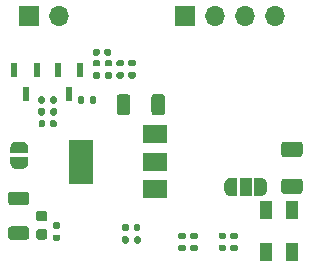
<source format=gbr>
%TF.GenerationSoftware,KiCad,Pcbnew,5.1.9*%
%TF.CreationDate,2021-01-20T22:35:35+01:00*%
%TF.ProjectId,wi-se-rewirable,77692d73-652d-4726-9577-697261626c65,rev?*%
%TF.SameCoordinates,Original*%
%TF.FileFunction,Soldermask,Bot*%
%TF.FilePolarity,Negative*%
%FSLAX46Y46*%
G04 Gerber Fmt 4.6, Leading zero omitted, Abs format (unit mm)*
G04 Created by KiCad (PCBNEW 5.1.9) date 2021-01-20 22:35:35*
%MOMM*%
%LPD*%
G01*
G04 APERTURE LIST*
%ADD10C,0.100000*%
%ADD11R,1.000000X1.500000*%
%ADD12R,1.700000X1.700000*%
%ADD13O,1.700000X1.700000*%
%ADD14R,0.568000X1.207999*%
%ADD15R,2.000000X3.800000*%
%ADD16R,2.000000X1.500000*%
G04 APERTURE END LIST*
D10*
%TO.C,JP17*%
G36*
X124370000Y-78710602D02*
G01*
X124394534Y-78710602D01*
X124443365Y-78715412D01*
X124491490Y-78724984D01*
X124538445Y-78739228D01*
X124583778Y-78758005D01*
X124627051Y-78781136D01*
X124667850Y-78808396D01*
X124705779Y-78839524D01*
X124740476Y-78874221D01*
X124771604Y-78912150D01*
X124798864Y-78952949D01*
X124821995Y-78996222D01*
X124840772Y-79041555D01*
X124855016Y-79088510D01*
X124864588Y-79136635D01*
X124869398Y-79185466D01*
X124869398Y-79210000D01*
X124870000Y-79210000D01*
X124870000Y-79710000D01*
X124869398Y-79710000D01*
X124869398Y-79734534D01*
X124864588Y-79783365D01*
X124855016Y-79831490D01*
X124840772Y-79878445D01*
X124821995Y-79923778D01*
X124798864Y-79967051D01*
X124771604Y-80007850D01*
X124740476Y-80045779D01*
X124705779Y-80080476D01*
X124667850Y-80111604D01*
X124627051Y-80138864D01*
X124583778Y-80161995D01*
X124538445Y-80180772D01*
X124491490Y-80195016D01*
X124443365Y-80204588D01*
X124394534Y-80209398D01*
X124370000Y-80209398D01*
X124370000Y-80210000D01*
X123820000Y-80210000D01*
X123820000Y-78710000D01*
X124370000Y-78710000D01*
X124370000Y-78710602D01*
G37*
D11*
X123070000Y-79460000D03*
D10*
G36*
X122320000Y-80210000D02*
G01*
X121770000Y-80210000D01*
X121770000Y-80209398D01*
X121745466Y-80209398D01*
X121696635Y-80204588D01*
X121648510Y-80195016D01*
X121601555Y-80180772D01*
X121556222Y-80161995D01*
X121512949Y-80138864D01*
X121472150Y-80111604D01*
X121434221Y-80080476D01*
X121399524Y-80045779D01*
X121368396Y-80007850D01*
X121341136Y-79967051D01*
X121318005Y-79923778D01*
X121299228Y-79878445D01*
X121284984Y-79831490D01*
X121275412Y-79783365D01*
X121270602Y-79734534D01*
X121270602Y-79710000D01*
X121270000Y-79710000D01*
X121270000Y-79210000D01*
X121270602Y-79210000D01*
X121270602Y-79185466D01*
X121275412Y-79136635D01*
X121284984Y-79088510D01*
X121299228Y-79041555D01*
X121318005Y-78996222D01*
X121341136Y-78952949D01*
X121368396Y-78912150D01*
X121399524Y-78874221D01*
X121434221Y-78839524D01*
X121472150Y-78808396D01*
X121512949Y-78781136D01*
X121556222Y-78758005D01*
X121601555Y-78739228D01*
X121648510Y-78724984D01*
X121696635Y-78715412D01*
X121745466Y-78710602D01*
X121770000Y-78710602D01*
X121770000Y-78710000D01*
X122320000Y-78710000D01*
X122320000Y-80210000D01*
G37*
%TD*%
%TO.C,C1*%
G36*
G01*
X127640002Y-76950000D02*
X126339998Y-76950000D01*
G75*
G02*
X126090000Y-76700002I0J249998D01*
G01*
X126090000Y-75874998D01*
G75*
G02*
X126339998Y-75625000I249998J0D01*
G01*
X127640002Y-75625000D01*
G75*
G02*
X127890000Y-75874998I0J-249998D01*
G01*
X127890000Y-76700002D01*
G75*
G02*
X127640002Y-76950000I-249998J0D01*
G01*
G37*
G36*
G01*
X127640002Y-80075000D02*
X126339998Y-80075000D01*
G75*
G02*
X126090000Y-79825002I0J249998D01*
G01*
X126090000Y-78999998D01*
G75*
G02*
X126339998Y-78750000I249998J0D01*
G01*
X127640002Y-78750000D01*
G75*
G02*
X127890000Y-78999998I0J-249998D01*
G01*
X127890000Y-79825002D01*
G75*
G02*
X127640002Y-80075000I-249998J0D01*
G01*
G37*
%TD*%
%TO.C,C2*%
G36*
G01*
X112150000Y-73150001D02*
X112150000Y-71849999D01*
G75*
G02*
X112399999Y-71600000I249999J0D01*
G01*
X113050001Y-71600000D01*
G75*
G02*
X113300000Y-71849999I0J-249999D01*
G01*
X113300000Y-73150001D01*
G75*
G02*
X113050001Y-73400000I-249999J0D01*
G01*
X112399999Y-73400000D01*
G75*
G02*
X112150000Y-73150001I0J249999D01*
G01*
G37*
G36*
G01*
X115100000Y-73150001D02*
X115100000Y-71849999D01*
G75*
G02*
X115349999Y-71600000I249999J0D01*
G01*
X116000001Y-71600000D01*
G75*
G02*
X116250000Y-71849999I0J-249999D01*
G01*
X116250000Y-73150001D01*
G75*
G02*
X116000001Y-73400000I-249999J0D01*
G01*
X115349999Y-73400000D01*
G75*
G02*
X115100000Y-73150001I0J249999D01*
G01*
G37*
%TD*%
%TO.C,C5*%
G36*
G01*
X104500001Y-81000000D02*
X103199999Y-81000000D01*
G75*
G02*
X102950000Y-80750001I0J249999D01*
G01*
X102950000Y-80099999D01*
G75*
G02*
X103199999Y-79850000I249999J0D01*
G01*
X104500001Y-79850000D01*
G75*
G02*
X104750000Y-80099999I0J-249999D01*
G01*
X104750000Y-80750001D01*
G75*
G02*
X104500001Y-81000000I-249999J0D01*
G01*
G37*
G36*
G01*
X104500001Y-83950000D02*
X103199999Y-83950000D01*
G75*
G02*
X102950000Y-83700001I0J249999D01*
G01*
X102950000Y-83049999D01*
G75*
G02*
X103199999Y-82800000I249999J0D01*
G01*
X104500001Y-82800000D01*
G75*
G02*
X104750000Y-83049999I0J-249999D01*
G01*
X104750000Y-83700001D01*
G75*
G02*
X104500001Y-83950000I-249999J0D01*
G01*
G37*
%TD*%
%TO.C,C6*%
G36*
G01*
X106050000Y-83925000D02*
X105550000Y-83925000D01*
G75*
G02*
X105325000Y-83700000I0J225000D01*
G01*
X105325000Y-83250000D01*
G75*
G02*
X105550000Y-83025000I225000J0D01*
G01*
X106050000Y-83025000D01*
G75*
G02*
X106275000Y-83250000I0J-225000D01*
G01*
X106275000Y-83700000D01*
G75*
G02*
X106050000Y-83925000I-225000J0D01*
G01*
G37*
G36*
G01*
X106050000Y-82375000D02*
X105550000Y-82375000D01*
G75*
G02*
X105325000Y-82150000I0J225000D01*
G01*
X105325000Y-81700000D01*
G75*
G02*
X105550000Y-81475000I225000J0D01*
G01*
X106050000Y-81475000D01*
G75*
G02*
X106275000Y-81700000I0J-225000D01*
G01*
X106275000Y-82150000D01*
G75*
G02*
X106050000Y-82375000I-225000J0D01*
G01*
G37*
%TD*%
%TO.C,C7*%
G36*
G01*
X112640000Y-83070000D02*
X112640000Y-82730000D01*
G75*
G02*
X112780000Y-82590000I140000J0D01*
G01*
X113060000Y-82590000D01*
G75*
G02*
X113200000Y-82730000I0J-140000D01*
G01*
X113200000Y-83070000D01*
G75*
G02*
X113060000Y-83210000I-140000J0D01*
G01*
X112780000Y-83210000D01*
G75*
G02*
X112640000Y-83070000I0J140000D01*
G01*
G37*
G36*
G01*
X113600000Y-83070000D02*
X113600000Y-82730000D01*
G75*
G02*
X113740000Y-82590000I140000J0D01*
G01*
X114020000Y-82590000D01*
G75*
G02*
X114160000Y-82730000I0J-140000D01*
G01*
X114160000Y-83070000D01*
G75*
G02*
X114020000Y-83210000I-140000J0D01*
G01*
X113740000Y-83210000D01*
G75*
G02*
X113600000Y-83070000I0J140000D01*
G01*
G37*
%TD*%
%TO.C,C8*%
G36*
G01*
X106500000Y-74270000D02*
X106500000Y-73930000D01*
G75*
G02*
X106640000Y-73790000I140000J0D01*
G01*
X106920000Y-73790000D01*
G75*
G02*
X107060000Y-73930000I0J-140000D01*
G01*
X107060000Y-74270000D01*
G75*
G02*
X106920000Y-74410000I-140000J0D01*
G01*
X106640000Y-74410000D01*
G75*
G02*
X106500000Y-74270000I0J140000D01*
G01*
G37*
G36*
G01*
X105540000Y-74270000D02*
X105540000Y-73930000D01*
G75*
G02*
X105680000Y-73790000I140000J0D01*
G01*
X105960000Y-73790000D01*
G75*
G02*
X106100000Y-73930000I0J-140000D01*
G01*
X106100000Y-74270000D01*
G75*
G02*
X105960000Y-74410000I-140000J0D01*
G01*
X105680000Y-74410000D01*
G75*
G02*
X105540000Y-74270000I0J140000D01*
G01*
G37*
%TD*%
%TO.C,C9*%
G36*
G01*
X111660000Y-67880000D02*
X111660000Y-68220000D01*
G75*
G02*
X111520000Y-68360000I-140000J0D01*
G01*
X111240000Y-68360000D01*
G75*
G02*
X111100000Y-68220000I0J140000D01*
G01*
X111100000Y-67880000D01*
G75*
G02*
X111240000Y-67740000I140000J0D01*
G01*
X111520000Y-67740000D01*
G75*
G02*
X111660000Y-67880000I0J-140000D01*
G01*
G37*
G36*
G01*
X110700000Y-67880000D02*
X110700000Y-68220000D01*
G75*
G02*
X110560000Y-68360000I-140000J0D01*
G01*
X110280000Y-68360000D01*
G75*
G02*
X110140000Y-68220000I0J140000D01*
G01*
X110140000Y-67880000D01*
G75*
G02*
X110280000Y-67740000I140000J0D01*
G01*
X110560000Y-67740000D01*
G75*
G02*
X110700000Y-67880000I0J-140000D01*
G01*
G37*
%TD*%
D12*
%TO.C,J1*%
X104750000Y-65000000D03*
D13*
X107290000Y-65000000D03*
%TD*%
D12*
%TO.C,J2*%
X117920000Y-65000000D03*
D13*
X120460000Y-65000000D03*
X123000000Y-65000000D03*
X125540000Y-65000000D03*
%TD*%
D14*
%TO.C,Q1*%
X104450000Y-71571000D03*
X105400001Y-69529001D03*
X103499999Y-69529001D03*
%TD*%
%TO.C,Q2*%
X107149999Y-69529001D03*
X109050001Y-69529001D03*
X108100000Y-71571000D03*
%TD*%
%TO.C,R1*%
G36*
G01*
X117515000Y-83330000D02*
X117885000Y-83330000D01*
G75*
G02*
X118020000Y-83465000I0J-135000D01*
G01*
X118020000Y-83735000D01*
G75*
G02*
X117885000Y-83870000I-135000J0D01*
G01*
X117515000Y-83870000D01*
G75*
G02*
X117380000Y-83735000I0J135000D01*
G01*
X117380000Y-83465000D01*
G75*
G02*
X117515000Y-83330000I135000J0D01*
G01*
G37*
G36*
G01*
X117515000Y-84350000D02*
X117885000Y-84350000D01*
G75*
G02*
X118020000Y-84485000I0J-135000D01*
G01*
X118020000Y-84755000D01*
G75*
G02*
X117885000Y-84890000I-135000J0D01*
G01*
X117515000Y-84890000D01*
G75*
G02*
X117380000Y-84755000I0J135000D01*
G01*
X117380000Y-84485000D01*
G75*
G02*
X117515000Y-84350000I135000J0D01*
G01*
G37*
%TD*%
%TO.C,R2*%
G36*
G01*
X118515000Y-84340000D02*
X118885000Y-84340000D01*
G75*
G02*
X119020000Y-84475000I0J-135000D01*
G01*
X119020000Y-84745000D01*
G75*
G02*
X118885000Y-84880000I-135000J0D01*
G01*
X118515000Y-84880000D01*
G75*
G02*
X118380000Y-84745000I0J135000D01*
G01*
X118380000Y-84475000D01*
G75*
G02*
X118515000Y-84340000I135000J0D01*
G01*
G37*
G36*
G01*
X118515000Y-83320000D02*
X118885000Y-83320000D01*
G75*
G02*
X119020000Y-83455000I0J-135000D01*
G01*
X119020000Y-83725000D01*
G75*
G02*
X118885000Y-83860000I-135000J0D01*
G01*
X118515000Y-83860000D01*
G75*
G02*
X118380000Y-83725000I0J135000D01*
G01*
X118380000Y-83455000D01*
G75*
G02*
X118515000Y-83320000I135000J0D01*
G01*
G37*
%TD*%
%TO.C,R3*%
G36*
G01*
X121915000Y-84350000D02*
X122285000Y-84350000D01*
G75*
G02*
X122420000Y-84485000I0J-135000D01*
G01*
X122420000Y-84755000D01*
G75*
G02*
X122285000Y-84890000I-135000J0D01*
G01*
X121915000Y-84890000D01*
G75*
G02*
X121780000Y-84755000I0J135000D01*
G01*
X121780000Y-84485000D01*
G75*
G02*
X121915000Y-84350000I135000J0D01*
G01*
G37*
G36*
G01*
X121915000Y-83330000D02*
X122285000Y-83330000D01*
G75*
G02*
X122420000Y-83465000I0J-135000D01*
G01*
X122420000Y-83735000D01*
G75*
G02*
X122285000Y-83870000I-135000J0D01*
G01*
X121915000Y-83870000D01*
G75*
G02*
X121780000Y-83735000I0J135000D01*
G01*
X121780000Y-83465000D01*
G75*
G02*
X121915000Y-83330000I135000J0D01*
G01*
G37*
%TD*%
%TO.C,R4*%
G36*
G01*
X120915000Y-84350000D02*
X121285000Y-84350000D01*
G75*
G02*
X121420000Y-84485000I0J-135000D01*
G01*
X121420000Y-84755000D01*
G75*
G02*
X121285000Y-84890000I-135000J0D01*
G01*
X120915000Y-84890000D01*
G75*
G02*
X120780000Y-84755000I0J135000D01*
G01*
X120780000Y-84485000D01*
G75*
G02*
X120915000Y-84350000I135000J0D01*
G01*
G37*
G36*
G01*
X120915000Y-83330000D02*
X121285000Y-83330000D01*
G75*
G02*
X121420000Y-83465000I0J-135000D01*
G01*
X121420000Y-83735000D01*
G75*
G02*
X121285000Y-83870000I-135000J0D01*
G01*
X120915000Y-83870000D01*
G75*
G02*
X120780000Y-83735000I0J135000D01*
G01*
X120780000Y-83465000D01*
G75*
G02*
X120915000Y-83330000I135000J0D01*
G01*
G37*
%TD*%
%TO.C,R5*%
G36*
G01*
X110430000Y-71915000D02*
X110430000Y-72285000D01*
G75*
G02*
X110295000Y-72420000I-135000J0D01*
G01*
X110025000Y-72420000D01*
G75*
G02*
X109890000Y-72285000I0J135000D01*
G01*
X109890000Y-71915000D01*
G75*
G02*
X110025000Y-71780000I135000J0D01*
G01*
X110295000Y-71780000D01*
G75*
G02*
X110430000Y-71915000I0J-135000D01*
G01*
G37*
G36*
G01*
X109410000Y-71915000D02*
X109410000Y-72285000D01*
G75*
G02*
X109275000Y-72420000I-135000J0D01*
G01*
X109005000Y-72420000D01*
G75*
G02*
X108870000Y-72285000I0J135000D01*
G01*
X108870000Y-71915000D01*
G75*
G02*
X109005000Y-71780000I135000J0D01*
G01*
X109275000Y-71780000D01*
G75*
G02*
X109410000Y-71915000I0J-135000D01*
G01*
G37*
%TD*%
%TO.C,R6*%
G36*
G01*
X106060000Y-72915000D02*
X106060000Y-73285000D01*
G75*
G02*
X105925000Y-73420000I-135000J0D01*
G01*
X105655000Y-73420000D01*
G75*
G02*
X105520000Y-73285000I0J135000D01*
G01*
X105520000Y-72915000D01*
G75*
G02*
X105655000Y-72780000I135000J0D01*
G01*
X105925000Y-72780000D01*
G75*
G02*
X106060000Y-72915000I0J-135000D01*
G01*
G37*
G36*
G01*
X107080000Y-72915000D02*
X107080000Y-73285000D01*
G75*
G02*
X106945000Y-73420000I-135000J0D01*
G01*
X106675000Y-73420000D01*
G75*
G02*
X106540000Y-73285000I0J135000D01*
G01*
X106540000Y-72915000D01*
G75*
G02*
X106675000Y-72780000I135000J0D01*
G01*
X106945000Y-72780000D01*
G75*
G02*
X107080000Y-72915000I0J-135000D01*
G01*
G37*
%TD*%
%TO.C,R7*%
G36*
G01*
X111635000Y-70280000D02*
X111265000Y-70280000D01*
G75*
G02*
X111130000Y-70145000I0J135000D01*
G01*
X111130000Y-69875000D01*
G75*
G02*
X111265000Y-69740000I135000J0D01*
G01*
X111635000Y-69740000D01*
G75*
G02*
X111770000Y-69875000I0J-135000D01*
G01*
X111770000Y-70145000D01*
G75*
G02*
X111635000Y-70280000I-135000J0D01*
G01*
G37*
G36*
G01*
X111635000Y-69260000D02*
X111265000Y-69260000D01*
G75*
G02*
X111130000Y-69125000I0J135000D01*
G01*
X111130000Y-68855000D01*
G75*
G02*
X111265000Y-68720000I135000J0D01*
G01*
X111635000Y-68720000D01*
G75*
G02*
X111770000Y-68855000I0J-135000D01*
G01*
X111770000Y-69125000D01*
G75*
G02*
X111635000Y-69260000I-135000J0D01*
G01*
G37*
%TD*%
%TO.C,R8*%
G36*
G01*
X106540000Y-72285000D02*
X106540000Y-71915000D01*
G75*
G02*
X106675000Y-71780000I135000J0D01*
G01*
X106945000Y-71780000D01*
G75*
G02*
X107080000Y-71915000I0J-135000D01*
G01*
X107080000Y-72285000D01*
G75*
G02*
X106945000Y-72420000I-135000J0D01*
G01*
X106675000Y-72420000D01*
G75*
G02*
X106540000Y-72285000I0J135000D01*
G01*
G37*
G36*
G01*
X105520000Y-72285000D02*
X105520000Y-71915000D01*
G75*
G02*
X105655000Y-71780000I135000J0D01*
G01*
X105925000Y-71780000D01*
G75*
G02*
X106060000Y-71915000I0J-135000D01*
G01*
X106060000Y-72285000D01*
G75*
G02*
X105925000Y-72420000I-135000J0D01*
G01*
X105655000Y-72420000D01*
G75*
G02*
X105520000Y-72285000I0J135000D01*
G01*
G37*
%TD*%
%TO.C,R9*%
G36*
G01*
X110265000Y-68720000D02*
X110635000Y-68720000D01*
G75*
G02*
X110770000Y-68855000I0J-135000D01*
G01*
X110770000Y-69125000D01*
G75*
G02*
X110635000Y-69260000I-135000J0D01*
G01*
X110265000Y-69260000D01*
G75*
G02*
X110130000Y-69125000I0J135000D01*
G01*
X110130000Y-68855000D01*
G75*
G02*
X110265000Y-68720000I135000J0D01*
G01*
G37*
G36*
G01*
X110265000Y-69740000D02*
X110635000Y-69740000D01*
G75*
G02*
X110770000Y-69875000I0J-135000D01*
G01*
X110770000Y-70145000D01*
G75*
G02*
X110635000Y-70280000I-135000J0D01*
G01*
X110265000Y-70280000D01*
G75*
G02*
X110130000Y-70145000I0J135000D01*
G01*
X110130000Y-69875000D01*
G75*
G02*
X110265000Y-69740000I135000J0D01*
G01*
G37*
%TD*%
%TO.C,R11*%
G36*
G01*
X113265000Y-68720000D02*
X113635000Y-68720000D01*
G75*
G02*
X113770000Y-68855000I0J-135000D01*
G01*
X113770000Y-69125000D01*
G75*
G02*
X113635000Y-69260000I-135000J0D01*
G01*
X113265000Y-69260000D01*
G75*
G02*
X113130000Y-69125000I0J135000D01*
G01*
X113130000Y-68855000D01*
G75*
G02*
X113265000Y-68720000I135000J0D01*
G01*
G37*
G36*
G01*
X113265000Y-69740000D02*
X113635000Y-69740000D01*
G75*
G02*
X113770000Y-69875000I0J-135000D01*
G01*
X113770000Y-70145000D01*
G75*
G02*
X113635000Y-70280000I-135000J0D01*
G01*
X113265000Y-70280000D01*
G75*
G02*
X113130000Y-70145000I0J135000D01*
G01*
X113130000Y-69875000D01*
G75*
G02*
X113265000Y-69740000I135000J0D01*
G01*
G37*
%TD*%
%TO.C,R12*%
G36*
G01*
X112265000Y-68720000D02*
X112635000Y-68720000D01*
G75*
G02*
X112770000Y-68855000I0J-135000D01*
G01*
X112770000Y-69125000D01*
G75*
G02*
X112635000Y-69260000I-135000J0D01*
G01*
X112265000Y-69260000D01*
G75*
G02*
X112130000Y-69125000I0J135000D01*
G01*
X112130000Y-68855000D01*
G75*
G02*
X112265000Y-68720000I135000J0D01*
G01*
G37*
G36*
G01*
X112265000Y-69740000D02*
X112635000Y-69740000D01*
G75*
G02*
X112770000Y-69875000I0J-135000D01*
G01*
X112770000Y-70145000D01*
G75*
G02*
X112635000Y-70280000I-135000J0D01*
G01*
X112265000Y-70280000D01*
G75*
G02*
X112130000Y-70145000I0J135000D01*
G01*
X112130000Y-69875000D01*
G75*
G02*
X112265000Y-69740000I135000J0D01*
G01*
G37*
%TD*%
D15*
%TO.C,U1*%
X109110000Y-77310000D03*
D16*
X115410000Y-77310000D03*
X115410000Y-79610000D03*
X115410000Y-75010000D03*
%TD*%
%TO.C,R10*%
G36*
G01*
X106865000Y-82470000D02*
X107235000Y-82470000D01*
G75*
G02*
X107370000Y-82605000I0J-135000D01*
G01*
X107370000Y-82875000D01*
G75*
G02*
X107235000Y-83010000I-135000J0D01*
G01*
X106865000Y-83010000D01*
G75*
G02*
X106730000Y-82875000I0J135000D01*
G01*
X106730000Y-82605000D01*
G75*
G02*
X106865000Y-82470000I135000J0D01*
G01*
G37*
G36*
G01*
X106865000Y-83490000D02*
X107235000Y-83490000D01*
G75*
G02*
X107370000Y-83625000I0J-135000D01*
G01*
X107370000Y-83895000D01*
G75*
G02*
X107235000Y-84030000I-135000J0D01*
G01*
X106865000Y-84030000D01*
G75*
G02*
X106730000Y-83895000I0J135000D01*
G01*
X106730000Y-83625000D01*
G75*
G02*
X106865000Y-83490000I135000J0D01*
G01*
G37*
%TD*%
%TO.C,R13*%
G36*
G01*
X113640000Y-84135000D02*
X113640000Y-83765000D01*
G75*
G02*
X113775000Y-83630000I135000J0D01*
G01*
X114045000Y-83630000D01*
G75*
G02*
X114180000Y-83765000I0J-135000D01*
G01*
X114180000Y-84135000D01*
G75*
G02*
X114045000Y-84270000I-135000J0D01*
G01*
X113775000Y-84270000D01*
G75*
G02*
X113640000Y-84135000I0J135000D01*
G01*
G37*
G36*
G01*
X112620000Y-84135000D02*
X112620000Y-83765000D01*
G75*
G02*
X112755000Y-83630000I135000J0D01*
G01*
X113025000Y-83630000D01*
G75*
G02*
X113160000Y-83765000I0J-135000D01*
G01*
X113160000Y-84135000D01*
G75*
G02*
X113025000Y-84270000I-135000J0D01*
G01*
X112755000Y-84270000D01*
G75*
G02*
X112620000Y-84135000I0J135000D01*
G01*
G37*
%TD*%
D10*
%TO.C,JP18*%
G36*
X104650000Y-76920000D02*
G01*
X104650000Y-77420000D01*
X104649398Y-77420000D01*
X104649398Y-77444534D01*
X104644588Y-77493365D01*
X104635016Y-77541490D01*
X104620772Y-77588445D01*
X104601995Y-77633778D01*
X104578864Y-77677051D01*
X104551604Y-77717850D01*
X104520476Y-77755779D01*
X104485779Y-77790476D01*
X104447850Y-77821604D01*
X104407051Y-77848864D01*
X104363778Y-77871995D01*
X104318445Y-77890772D01*
X104271490Y-77905016D01*
X104223365Y-77914588D01*
X104174534Y-77919398D01*
X104150000Y-77919398D01*
X104150000Y-77920000D01*
X103650000Y-77920000D01*
X103650000Y-77919398D01*
X103625466Y-77919398D01*
X103576635Y-77914588D01*
X103528510Y-77905016D01*
X103481555Y-77890772D01*
X103436222Y-77871995D01*
X103392949Y-77848864D01*
X103352150Y-77821604D01*
X103314221Y-77790476D01*
X103279524Y-77755779D01*
X103248396Y-77717850D01*
X103221136Y-77677051D01*
X103198005Y-77633778D01*
X103179228Y-77588445D01*
X103164984Y-77541490D01*
X103155412Y-77493365D01*
X103150602Y-77444534D01*
X103150602Y-77420000D01*
X103150000Y-77420000D01*
X103150000Y-76920000D01*
X104650000Y-76920000D01*
G37*
G36*
X103150602Y-76120000D02*
G01*
X103150602Y-76095466D01*
X103155412Y-76046635D01*
X103164984Y-75998510D01*
X103179228Y-75951555D01*
X103198005Y-75906222D01*
X103221136Y-75862949D01*
X103248396Y-75822150D01*
X103279524Y-75784221D01*
X103314221Y-75749524D01*
X103352150Y-75718396D01*
X103392949Y-75691136D01*
X103436222Y-75668005D01*
X103481555Y-75649228D01*
X103528510Y-75634984D01*
X103576635Y-75625412D01*
X103625466Y-75620602D01*
X103650000Y-75620602D01*
X103650000Y-75620000D01*
X104150000Y-75620000D01*
X104150000Y-75620602D01*
X104174534Y-75620602D01*
X104223365Y-75625412D01*
X104271490Y-75634984D01*
X104318445Y-75649228D01*
X104363778Y-75668005D01*
X104407051Y-75691136D01*
X104447850Y-75718396D01*
X104485779Y-75749524D01*
X104520476Y-75784221D01*
X104551604Y-75822150D01*
X104578864Y-75862949D01*
X104601995Y-75906222D01*
X104620772Y-75951555D01*
X104635016Y-75998510D01*
X104644588Y-76046635D01*
X104649398Y-76095466D01*
X104649398Y-76120000D01*
X104650000Y-76120000D01*
X104650000Y-76620000D01*
X103150000Y-76620000D01*
X103150000Y-76120000D01*
X103150602Y-76120000D01*
G37*
%TD*%
D11*
%TO.C,SW2*%
X127025000Y-84950000D03*
X124825000Y-84950000D03*
X124825000Y-81450000D03*
X127025000Y-81450000D03*
%TD*%
M02*

</source>
